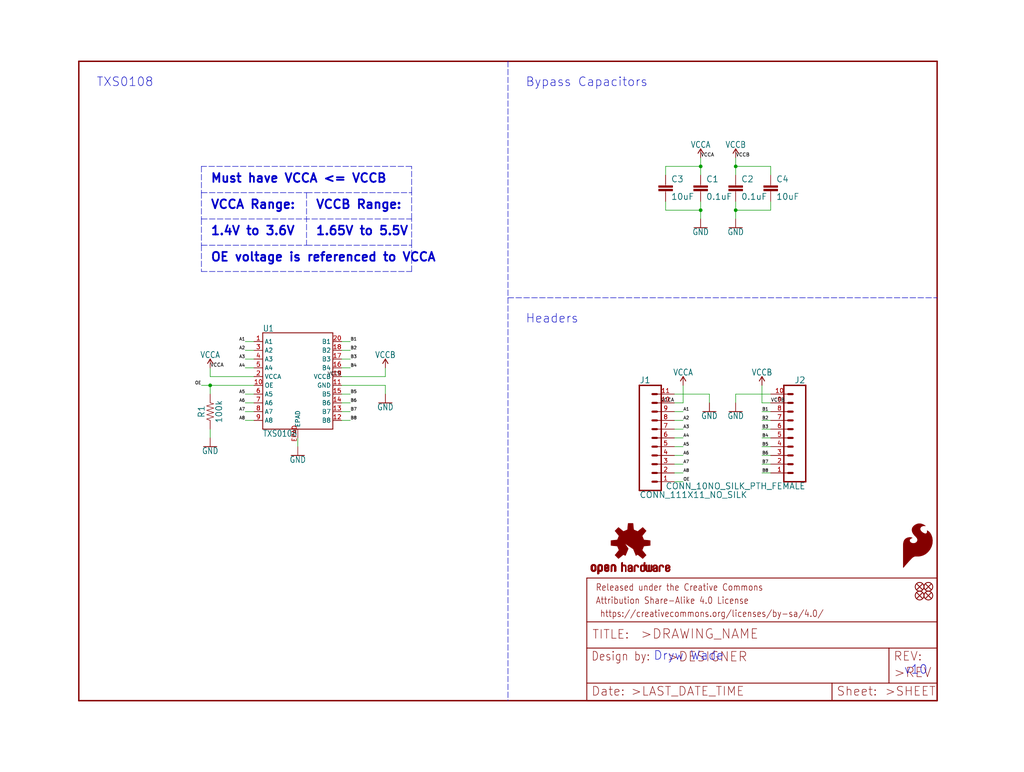
<source format=kicad_sch>
(kicad_sch (version 20211123) (generator eeschema)
  (paper "User" 297.002 223.926)
  (lib_symbols
    (symbol "schematicEagle-eagle-import:0.1UF-0603-25V-(+80{slash}-20%)"
      (property "Reference" "C" (at 1.524 2.921 0))
      (property "Value" "0.1UF-0603-25V-(+80{slash}-20%)" (at 1.524 -2.159 0))
      (symbol "0.1UF-0603-25V-(+80{slash}-20%)_1_0"
        (pin passive line (at 0 5.08 270) (length 2.54) (name "1") (number "1"))
        (pin passive line (at 0 -2.54 90) (length 2.54) (name "2") (number "2"))
      )
    )
    (symbol "schematicEagle-eagle-import:100KOHM-0603-1{slash}10W-1%"
      (property "Reference" "R" (at 0 1.524 0))
      (property "Value" "100KOHM-0603-1{slash}10W-1%" (at 0 -1.524 0))
      (symbol "100KOHM-0603-1{slash}10W-1%_1_0"
        (pin passive line (at -5.08 0 0) (length 2.54) (name "1") (number "1"))
        (pin passive line (at 5.08 0 180) (length 2.54) (name "2") (number "2"))
      )
    )
    (symbol "schematicEagle-eagle-import:10UF-0603-6.3V-20%"
      (property "Reference" "C" (at 1.524 2.921 0))
      (property "Value" "10UF-0603-6.3V-20%" (at 1.524 -2.159 0))
      (symbol "10UF-0603-6.3V-20%_1_0"
        (pin passive line (at 0 5.08 270) (length 2.54) (name "1") (number "1"))
        (pin passive line (at 0 -2.54 90) (length 2.54) (name "2") (number "2"))
      )
    )
    (symbol "schematicEagle-eagle-import:CONN_10NO_SILK_PTH_FEMALE"
      (property "Reference" "J" (at 0 8.128 0))
      (property "Value" "CONN_10NO_SILK_PTH_FEMALE" (at 0 -22.606 0))
      (symbol "CONN_10NO_SILK_PTH_FEMALE_1_0"
        (pin passive line (at 10.16 -17.78 180) (length 5.08) (name "1") (number "1"))
        (pin passive line (at 10.16 5.08 180) (length 5.08) (name "10") (number "10"))
        (pin passive line (at 10.16 -15.24 180) (length 5.08) (name "2") (number "2"))
        (pin passive line (at 10.16 -12.7 180) (length 5.08) (name "3") (number "3"))
        (pin passive line (at 10.16 -10.16 180) (length 5.08) (name "4") (number "4"))
        (pin passive line (at 10.16 -7.62 180) (length 5.08) (name "5") (number "5"))
        (pin passive line (at 10.16 -5.08 180) (length 5.08) (name "6") (number "6"))
        (pin passive line (at 10.16 -2.54 180) (length 5.08) (name "7") (number "7"))
        (pin passive line (at 10.16 0 180) (length 5.08) (name "8") (number "8"))
        (pin passive line (at 10.16 2.54 180) (length 5.08) (name "9") (number "9"))
      )
    )
    (symbol "schematicEagle-eagle-import:CONN_111X11_NO_SILK"
      (property "Reference" "J" (at 0 15.748 0))
      (property "Value" "CONN_111X11_NO_SILK" (at 0 -17.526 0))
      (symbol "CONN_111X11_NO_SILK_1_0"
        (pin passive line (at 10.16 -12.7 180) (length 5.08) (name "1") (number "1"))
        (pin passive line (at 10.16 10.16 180) (length 5.08) (name "10") (number "10"))
        (pin passive line (at 10.16 12.7 180) (length 5.08) (name "11") (number "11"))
        (pin passive line (at 10.16 -10.16 180) (length 5.08) (name "2") (number "2"))
        (pin passive line (at 10.16 -7.62 180) (length 5.08) (name "3") (number "3"))
        (pin passive line (at 10.16 -5.08 180) (length 5.08) (name "4") (number "4"))
        (pin passive line (at 10.16 -2.54 180) (length 5.08) (name "5") (number "5"))
        (pin passive line (at 10.16 0 180) (length 5.08) (name "6") (number "6"))
        (pin passive line (at 10.16 2.54 180) (length 5.08) (name "7") (number "7"))
        (pin passive line (at 10.16 5.08 180) (length 5.08) (name "8") (number "8"))
        (pin passive line (at 10.16 7.62 180) (length 5.08) (name "9") (number "9"))
      )
    )
    (symbol "schematicEagle-eagle-import:FIDUCIAL1X2")
    (symbol "schematicEagle-eagle-import:FRAME-LETTER"
      (symbol "FRAME-LETTER_2_0"
        (text " https://creativecommons.org/licenses/by-sa/4.0/" (at 2.54 24.13 0) (effects (font (size 1.9304 1.6408)) (justify left bottom)))
        (text ">DESIGNER" (at 23.114 11.176 0) (effects (font (size 2.7432 2.7432)) (justify left bottom)))
        (text ">DRAWING_NAME" (at 15.494 17.78 0) (effects (font (size 2.7432 2.7432)) (justify left bottom)))
        (text ">LAST_DATE_TIME" (at 12.7 1.27 0) (effects (font (size 2.54 2.54)) (justify left bottom)))
        (text ">REV" (at 88.9 6.604 0) (effects (font (size 2.7432 2.7432)) (justify left bottom)))
        (text ">SHEET" (at 86.36 1.27 0) (effects (font (size 2.54 2.54)) (justify left bottom)))
        (text "Attribution Share-Alike 4.0 License" (at 2.54 27.94 0) (effects (font (size 1.9304 1.6408)) (justify left bottom)))
        (text "Date:" (at 1.27 1.27 0) (effects (font (size 2.54 2.54)) (justify left bottom)))
        (text "Design by:" (at 1.27 11.43 0) (effects (font (size 2.54 2.159)) (justify left bottom)))
        (text "Released under the Creative Commons" (at 2.54 31.75 0) (effects (font (size 1.9304 1.6408)) (justify left bottom)))
        (text "REV:" (at 88.9 11.43 0) (effects (font (size 2.54 2.54)) (justify left bottom)))
        (text "Sheet:" (at 72.39 1.27 0) (effects (font (size 2.54 2.54)) (justify left bottom)))
        (text "TITLE:" (at 1.524 17.78 0) (effects (font (size 2.54 2.54)) (justify left bottom)))
      )
    )
    (symbol "schematicEagle-eagle-import:GND" (power)
      (property "Value" "GND" (at 0 -0.254 0))
      (symbol "GND_1_0"
        (pin power_in line (at 0 2.54 270) (length 2.54) (name "GND") (number "1"))
      )
    )
    (symbol "schematicEagle-eagle-import:OSHW-LOGOS")
    (symbol "schematicEagle-eagle-import:SFE_LOGO_FLAME.1_INCH")
    (symbol "schematicEagle-eagle-import:TXS0108-VFQFN_20"
      (property "Reference" "U" (at -10.16 13.97 0))
      (property "Value" "TXS0108-VFQFN_20" (at -10.16 -16.51 0))
      (symbol "TXS0108-VFQFN_20_1_0"
        (pin bidirectional line (at -12.7 10.16 0) (length 2.54) (name "A1") (number "1"))
        (pin bidirectional line (at -12.7 -2.54 0) (length 2.54) (name "OE") (number "10"))
        (pin bidirectional line (at 12.7 -2.54 180) (length 2.54) (name "GND") (number "11"))
        (pin bidirectional line (at 12.7 -12.7 180) (length 2.54) (name "B8") (number "12"))
        (pin bidirectional line (at 12.7 -10.16 180) (length 2.54) (name "B7") (number "13"))
        (pin bidirectional line (at 12.7 -7.62 180) (length 2.54) (name "B6") (number "14"))
        (pin bidirectional line (at 12.7 -5.08 180) (length 2.54) (name "B5") (number "15"))
        (pin bidirectional line (at 12.7 2.54 180) (length 2.54) (name "B4") (number "16"))
        (pin bidirectional line (at 12.7 5.08 180) (length 2.54) (name "B3") (number "17"))
        (pin bidirectional line (at 12.7 7.62 180) (length 2.54) (name "B2") (number "18"))
        (pin bidirectional line (at 12.7 0 180) (length 2.54) (name "VCCB") (number "19"))
        (pin bidirectional line (at -12.7 0 0) (length 2.54) (name "VCCA") (number "2"))
        (pin bidirectional line (at 12.7 10.16 180) (length 2.54) (name "B1") (number "20"))
        (pin bidirectional line (at -12.7 7.62 0) (length 2.54) (name "A2") (number "3"))
        (pin bidirectional line (at -12.7 5.08 0) (length 2.54) (name "A3") (number "4"))
        (pin bidirectional line (at -12.7 2.54 0) (length 2.54) (name "A4") (number "5"))
        (pin bidirectional line (at -12.7 -5.08 0) (length 2.54) (name "A5") (number "6"))
        (pin bidirectional line (at -12.7 -7.62 0) (length 2.54) (name "A6") (number "7"))
        (pin bidirectional line (at -12.7 -10.16 0) (length 2.54) (name "A7") (number "8"))
        (pin bidirectional line (at -12.7 -12.7 0) (length 2.54) (name "A8") (number "9"))
        (pin bidirectional line (at 0 -17.78 90) (length 2.54) (name "EPAD") (number "EPAD"))
      )
    )
    (symbol "schematicEagle-eagle-import:VCC_1" (power)
      (property "Value" "VCC_1" (at 0 2.794 0))
      (symbol "VCC_1_1_0"
        (pin power_in line (at 0 0 90) (length 2.54) (name "VCC_1") (number "1"))
      )
    )
    (symbol "schematicEagle-eagle-import:VCC_2" (power)
      (property "Value" "VCC_2" (at 0 2.794 0))
      (symbol "VCC_2_1_0"
        (pin power_in line (at 0 0 90) (length 2.54) (name "VCC_2") (number "1"))
      )
    )
  )
  (junction (at 203.2 48.26))
  (junction (at 213.36 60.96))
  (junction (at 60.96 111.76))
  (junction (at 203.2 60.96))
  (junction (at 213.36 48.26))
  (polyline (pts (xy 119.38 48.26) (xy 58.42 48.26)))
  (polyline (pts (xy 147.32 86.36) (xy 271.78 86.36)))
  (wire (pts (xy 73.66 116.84) (xy 71.12 116.84)))
  (wire (pts (xy 223.52 119.38) (xy 220.98 119.38)))
  (wire (pts (xy 203.2 60.96) (xy 203.2 63.5)))
  (wire (pts (xy 99.06 119.38) (xy 101.6 119.38)))
  (wire (pts (xy 60.96 124.46) (xy 60.96 127)))
  (polyline (pts (xy 119.38 63.5) (xy 119.38 55.88)))
  (wire (pts (xy 223.52 114.3) (xy 213.36 114.3)))
  (wire (pts (xy 111.76 111.76) (xy 111.76 114.3)))
  (wire (pts (xy 213.36 114.3) (xy 213.36 116.84)))
  (polyline (pts (xy 88.9 55.88) (xy 88.9 71.12)))
  (wire (pts (xy 195.58 114.3) (xy 205.74 114.3)))
  (wire (pts (xy 213.36 45.72) (xy 213.36 48.26)))
  (polyline (pts (xy 88.9 55.88) (xy 119.38 55.88)))
  (polyline (pts (xy 147.32 17.78) (xy 147.32 86.36)))
  (wire (pts (xy 195.58 134.62) (xy 198.12 134.62)))
  (wire (pts (xy 58.42 111.76) (xy 60.96 111.76)))
  (polyline (pts (xy 58.42 71.12) (xy 88.9 71.12)))
  (wire (pts (xy 223.52 129.54) (xy 220.98 129.54)))
  (wire (pts (xy 223.52 116.84) (xy 220.98 116.84)))
  (wire (pts (xy 73.66 104.14) (xy 71.12 104.14)))
  (wire (pts (xy 223.52 48.26) (xy 213.36 48.26)))
  (wire (pts (xy 203.2 58.42) (xy 203.2 60.96)))
  (polyline (pts (xy 58.42 71.12) (xy 58.42 78.74)))
  (wire (pts (xy 195.58 129.54) (xy 198.12 129.54)))
  (wire (pts (xy 203.2 45.72) (xy 203.2 48.26)))
  (wire (pts (xy 223.52 121.92) (xy 220.98 121.92)))
  (wire (pts (xy 60.96 114.3) (xy 60.96 111.76)))
  (wire (pts (xy 73.66 114.3) (xy 71.12 114.3)))
  (wire (pts (xy 60.96 111.76) (xy 73.66 111.76)))
  (wire (pts (xy 213.36 60.96) (xy 213.36 58.42)))
  (wire (pts (xy 73.66 121.92) (xy 71.12 121.92)))
  (polyline (pts (xy 58.42 55.88) (xy 88.9 55.88)))
  (wire (pts (xy 223.52 60.96) (xy 213.36 60.96)))
  (wire (pts (xy 99.06 101.6) (xy 101.6 101.6)))
  (wire (pts (xy 99.06 99.06) (xy 101.6 99.06)))
  (polyline (pts (xy 119.38 78.74) (xy 119.38 71.12)))
  (wire (pts (xy 195.58 132.08) (xy 198.12 132.08)))
  (wire (pts (xy 86.36 129.54) (xy 86.36 127)))
  (polyline (pts (xy 58.42 48.26) (xy 58.42 55.88)))
  (wire (pts (xy 99.06 116.84) (xy 101.6 116.84)))
  (wire (pts (xy 213.36 63.5) (xy 213.36 60.96)))
  (wire (pts (xy 213.36 48.26) (xy 213.36 50.8)))
  (wire (pts (xy 223.52 132.08) (xy 220.98 132.08)))
  (wire (pts (xy 73.66 119.38) (xy 71.12 119.38)))
  (wire (pts (xy 205.74 114.3) (xy 205.74 116.84)))
  (wire (pts (xy 60.96 106.68) (xy 60.96 109.22)))
  (wire (pts (xy 99.06 109.22) (xy 111.76 109.22)))
  (wire (pts (xy 193.04 58.42) (xy 193.04 60.96)))
  (wire (pts (xy 195.58 127) (xy 198.12 127)))
  (wire (pts (xy 223.52 50.8) (xy 223.52 48.26)))
  (wire (pts (xy 195.58 124.46) (xy 198.12 124.46)))
  (wire (pts (xy 223.52 134.62) (xy 220.98 134.62)))
  (wire (pts (xy 73.66 106.68) (xy 71.12 106.68)))
  (wire (pts (xy 195.58 121.92) (xy 198.12 121.92)))
  (wire (pts (xy 73.66 101.6) (xy 71.12 101.6)))
  (wire (pts (xy 193.04 48.26) (xy 203.2 48.26)))
  (polyline (pts (xy 119.38 71.12) (xy 119.38 63.5)))
  (wire (pts (xy 195.58 119.38) (xy 198.12 119.38)))
  (wire (pts (xy 195.58 116.84) (xy 198.12 116.84)))
  (wire (pts (xy 99.06 104.14) (xy 101.6 104.14)))
  (polyline (pts (xy 58.42 63.5) (xy 58.42 71.12)))
  (wire (pts (xy 223.52 124.46) (xy 220.98 124.46)))
  (wire (pts (xy 223.52 137.16) (xy 220.98 137.16)))
  (wire (pts (xy 195.58 139.7) (xy 198.12 139.7)))
  (polyline (pts (xy 58.42 78.74) (xy 119.38 78.74)))
  (wire (pts (xy 193.04 60.96) (xy 203.2 60.96)))
  (wire (pts (xy 203.2 48.26) (xy 203.2 50.8)))
  (polyline (pts (xy 119.38 55.88) (xy 119.38 48.26)))
  (wire (pts (xy 198.12 116.84) (xy 198.12 111.76)))
  (wire (pts (xy 99.06 106.68) (xy 101.6 106.68)))
  (polyline (pts (xy 58.42 63.5) (xy 119.38 63.5)))
  (wire (pts (xy 223.52 127) (xy 220.98 127)))
  (wire (pts (xy 223.52 58.42) (xy 223.52 60.96)))
  (polyline (pts (xy 88.9 71.12) (xy 119.38 71.12)))
  (wire (pts (xy 73.66 99.06) (xy 71.12 99.06)))
  (wire (pts (xy 111.76 109.22) (xy 111.76 106.68)))
  (wire (pts (xy 195.58 137.16) (xy 198.12 137.16)))
  (wire (pts (xy 193.04 50.8) (xy 193.04 48.26)))
  (wire (pts (xy 99.06 121.92) (xy 101.6 121.92)))
  (wire (pts (xy 220.98 116.84) (xy 220.98 111.76)))
  (polyline (pts (xy 58.42 55.88) (xy 58.42 63.5)))
  (wire (pts (xy 99.06 111.76) (xy 111.76 111.76)))
  (polyline (pts (xy 147.32 86.36) (xy 147.32 203.2)))
  (wire (pts (xy 99.06 114.3) (xy 101.6 114.3)))
  (wire (pts (xy 60.96 109.22) (xy 73.66 109.22)))
  (text "v10" (at 262.128 195.834 180) (effects (font (size 2.54 2.54)) (justify left bottom)))
  (text "1.65V to 5.5V" (at 91.44 68.58 180) (effects (font (size 2.54 2.54) (thickness 0.508) bold) (justify left bottom)))
  (text "1.4V to 3.6V" (at 60.96 68.58 180) (effects (font (size 2.54 2.54) (thickness 0.508) bold) (justify left bottom)))
  (text "Headers" (at 152.4 93.98 180) (effects (font (size 2.54 2.54)) (justify left bottom)))
  (text "VCCA Range:" (at 60.96 60.96 180) (effects (font (size 2.54 2.54) (thickness 0.508) bold) (justify left bottom)))
  (text "VCCB Range:" (at 91.44 60.96 180) (effects (font (size 2.54 2.54) (thickness 0.508) bold) (justify left bottom)))
  (text "TXS0108" (at 27.94 25.4 180) (effects (font (size 2.54 2.54)) (justify left bottom)))
  (text "Must have VCCA <= VCCB~{}" (at 60.96 53.34 180) (effects (font (size 2.54 2.54) (thickness 0.508) bold) (justify left bottom)))
  (text "Dryw Wade" (at 189.484 191.77 180) (effects (font (size 2.54 2.54)) (justify left bottom)))
  (text "OE voltage is referenced to VCCA" (at 60.96 76.2 180) (effects (font (size 2.54 2.54) (thickness 0.508) bold) (justify left bottom)))
  (text "Bypass Capacitors" (at 152.4 25.4 180) (effects (font (size 2.54 2.54)) (justify left bottom)))
  (label "VCCA" (at 60.96 106.68 0) (effects (font (size 1.016 1.016))))
  (label "B7" (at 101.6 119.38 0) (effects (font (size 0.889 0.889))))
  (label "B2" (at 101.6 101.6 0) (effects (font (size 0.889 0.889))))
  (label "VCCB" (at 213.36 45.72 0) (effects (font (size 1.016 1.016))))
  (label "A6" (at 71.12 116.84 180) (effects (font (size 0.889 0.889))))
  (label "A2" (at 198.12 121.92 0) (effects (font (size 0.889 0.889))))
  (label "A3" (at 198.12 124.46 0) (effects (font (size 0.889 0.889))))
  (label "B7" (at 220.98 134.62 0) (effects (font (size 0.889 0.889))))
  (label "A8" (at 71.12 121.92 180) (effects (font (size 0.889 0.889))))
  (label "B6" (at 220.98 132.08 0) (effects (font (size 0.889 0.889))))
  (label "VCCB" (at 99.06 109.22 180) (effects (font (size 1.016 1.016))))
  (label "A1" (at 198.12 119.38 0) (effects (font (size 0.889 0.889))))
  (label "B5" (at 101.6 114.3 0) (effects (font (size 0.889 0.889))))
  (label "VCCB" (at 223.52 116.84 0) (effects (font (size 1.016 1.016))))
  (label "A7" (at 198.12 134.62 0) (effects (font (size 0.889 0.889))))
  (label "B6" (at 101.6 116.84 0) (effects (font (size 0.889 0.889))))
  (label "A4" (at 71.12 106.68 180) (effects (font (size 0.889 0.889))))
  (label "A6" (at 198.12 132.08 0) (effects (font (size 0.889 0.889))))
  (label "A2" (at 71.12 101.6 180) (effects (font (size 0.889 0.889))))
  (label "B5" (at 220.98 129.54 0) (effects (font (size 0.889 0.889))))
  (label "A4" (at 198.12 127 0) (effects (font (size 0.889 0.889))))
  (label "B8" (at 101.6 121.92 0) (effects (font (size 0.889 0.889))))
  (label "A3" (at 71.12 104.14 180) (effects (font (size 0.889 0.889))))
  (label "B3" (at 101.6 104.14 0) (effects (font (size 0.889 0.889))))
  (label "A7" (at 71.12 119.38 180) (effects (font (size 0.889 0.889))))
  (label "OE" (at 58.42 111.76 180) (effects (font (size 0.889 0.889))))
  (label "B4" (at 101.6 106.68 0) (effects (font (size 0.889 0.889))))
  (label "B4" (at 220.98 127 0) (effects (font (size 0.889 0.889))))
  (label "OE" (at 198.12 139.7 0) (effects (font (size 0.889 0.889))))
  (label "B1" (at 220.98 119.38 0) (effects (font (size 0.889 0.889))))
  (label "VCCA" (at 195.58 116.84 180) (effects (font (size 1.016 1.016))))
  (label "B1" (at 101.6 99.06 0) (effects (font (size 0.889 0.889))))
  (label "A8" (at 198.12 137.16 0) (effects (font (size 0.889 0.889))))
  (label "A5" (at 71.12 114.3 180) (effects (font (size 0.889 0.889))))
  (label "B2" (at 220.98 121.92 0) (effects (font (size 0.889 0.889))))
  (label "B8" (at 220.98 137.16 0) (effects (font (size 0.889 0.889))))
  (label "VCCA" (at 203.2 45.72 0) (effects (font (size 1.016 1.016))))
  (label "B3" (at 220.98 124.46 0) (effects (font (size 0.889 0.889))))
  (label "A5" (at 198.12 129.54 0) (effects (font (size 0.889 0.889))))
  (label "A1" (at 71.12 99.06 180) (effects (font (size 0.889 0.889))))
  (symbol (lib_id "schematicEagle-eagle-import:FIDUCIAL1X2") (at 269.24 170.18 0) (unit 1)
    (property "Reference" "FD1" (effects hide))
    (property "Value" "FIDUCIAL1X2" (effects hide))
    (property "Footprint" "schematicEagle:FIDUCIAL-1X2" (effects hide))
  )
  (symbol (lib_id "schematicEagle-eagle-import:VCC_1") (at 60.96 106.68 0) (unit 1)
    (property "Reference" "#SUPPLY1" (effects hide))
    (property "Value" "VCCA" (at 60.96 103.886 0) (effects (font (size 1.778 1.5113)) (justify bottom)))
    (property "Footprint" "schematicEagle:" (effects hide))
  )
  (symbol (lib_id "schematicEagle-eagle-import:CONN_10NO_SILK_PTH_FEMALE") (at 233.68 119.38 0) (mirror y) (unit 1)
    (property "Reference" "J2" (at 233.68 111.252 0) (effects (font (size 1.778 1.778)) (justify left bottom)))
    (property "Value" "CONN_10NO_SILK_PTH_FEMALE" (at 233.68 141.986 0) (effects (font (size 1.778 1.778)) (justify left bottom)))
    (property "Footprint" "schematicEagle:1X10_NO_SILK" (effects hide))
  )
  (symbol (lib_id "schematicEagle-eagle-import:FIDUCIAL1X2") (at 269.24 172.72 0) (unit 1)
    (property "Reference" "FD3" (effects hide))
    (property "Value" "FIDUCIAL1X2" (effects hide))
    (property "Footprint" "schematicEagle:FIDUCIAL-1X2" (effects hide))
  )
  (symbol (lib_id "schematicEagle-eagle-import:0.1UF-0603-25V-(+80{slash}-20%)") (at 213.36 55.88 0) (unit 1)
    (property "Reference" "C2" (at 214.884 52.959 0) (effects (font (size 1.778 1.778)) (justify left bottom)))
    (property "Value" "0.1uF" (at 214.884 58.039 0) (effects (font (size 1.778 1.778)) (justify left bottom)))
    (property "Footprint" "schematicEagle:0603" (effects hide))
  )
  (symbol (lib_id "schematicEagle-eagle-import:GND") (at 205.74 119.38 0) (unit 1)
    (property "Reference" "#GND2" (effects hide))
    (property "Value" "GND" (at 205.74 119.634 0) (effects (font (size 1.778 1.5113)) (justify top)))
    (property "Footprint" "schematicEagle:" (effects hide))
  )
  (symbol (lib_id "schematicEagle-eagle-import:GND") (at 213.36 66.04 0) (unit 1)
    (property "Reference" "#GND6" (effects hide))
    (property "Value" "GND" (at 213.36 66.294 0) (effects (font (size 1.778 1.5113)) (justify top)))
    (property "Footprint" "schematicEagle:" (effects hide))
  )
  (symbol (lib_id "schematicEagle-eagle-import:FIDUCIAL1X2") (at 266.7 172.72 0) (unit 1)
    (property "Reference" "FD2" (effects hide))
    (property "Value" "FIDUCIAL1X2" (effects hide))
    (property "Footprint" "schematicEagle:FIDUCIAL-1X2" (effects hide))
  )
  (symbol (lib_id "schematicEagle-eagle-import:10UF-0603-6.3V-20%") (at 193.04 55.88 0) (unit 1)
    (property "Reference" "C3" (at 194.564 52.959 0) (effects (font (size 1.778 1.778)) (justify left bottom)))
    (property "Value" "10uF" (at 194.564 58.039 0) (effects (font (size 1.778 1.778)) (justify left bottom)))
    (property "Footprint" "schematicEagle:0603" (effects hide))
  )
  (symbol (lib_id "schematicEagle-eagle-import:FRAME-LETTER") (at 170.18 203.2 0) (unit 2)
    (property "Reference" "FRAME1" (effects hide))
    (property "Value" "FRAME-LETTER" (effects hide))
    (property "Footprint" "schematicEagle:CREATIVE_COMMONS" (effects hide))
  )
  (symbol (lib_id "schematicEagle-eagle-import:CONN_111X11_NO_SILK") (at 185.42 127 0) (unit 1)
    (property "Reference" "J1" (at 185.42 111.252 0) (effects (font (size 1.778 1.778)) (justify left bottom)))
    (property "Value" "CONN_111X11_NO_SILK" (at 185.42 144.526 0) (effects (font (size 1.778 1.778)) (justify left bottom)))
    (property "Footprint" "schematicEagle:1X11_NO_SILK" (effects hide))
  )
  (symbol (lib_id "schematicEagle-eagle-import:OSHW-LOGOS") (at 182.88 157.48 0) (unit 1)
    (property "Reference" "LOGO1" (effects hide))
    (property "Value" "OSHW-LOGOS" (effects hide))
    (property "Footprint" "schematicEagle:OSHW-LOGO-S" (effects hide))
  )
  (symbol (lib_id "schematicEagle-eagle-import:VCC_1") (at 203.2 45.72 0) (unit 1)
    (property "Reference" "#SUPPLY2" (effects hide))
    (property "Value" "VCCA" (at 203.2 42.926 0) (effects (font (size 1.778 1.5113)) (justify bottom)))
    (property "Footprint" "schematicEagle:" (effects hide))
  )
  (symbol (lib_id "schematicEagle-eagle-import:GND") (at 60.96 129.54 0) (unit 1)
    (property "Reference" "#GND3" (effects hide))
    (property "Value" "GND" (at 60.96 129.794 0) (effects (font (size 1.778 1.5113)) (justify top)))
    (property "Footprint" "schematicEagle:" (effects hide))
  )
  (symbol (lib_id "schematicEagle-eagle-import:VCC_2") (at 111.76 106.68 0) (unit 1)
    (property "Reference" "#SUPPLY3" (effects hide))
    (property "Value" "VCCB" (at 111.76 103.886 0) (effects (font (size 1.778 1.5113)) (justify bottom)))
    (property "Footprint" "schematicEagle:" (effects hide))
  )
  (symbol (lib_id "schematicEagle-eagle-import:100KOHM-0603-1{slash}10W-1%") (at 60.96 119.38 90) (unit 1)
    (property "Reference" "R1" (at 59.436 119.38 0) (effects (font (size 1.778 1.778)) (justify bottom)))
    (property "Value" "100k" (at 62.484 119.38 0) (effects (font (size 1.778 1.778)) (justify top)))
    (property "Footprint" "schematicEagle:0603" (effects hide))
  )
  (symbol (lib_id "schematicEagle-eagle-import:VCC_2") (at 213.36 45.72 0) (unit 1)
    (property "Reference" "#SUPPLY4" (effects hide))
    (property "Value" "VCCB" (at 213.36 42.926 0) (effects (font (size 1.778 1.5113)) (justify bottom)))
    (property "Footprint" "schematicEagle:" (effects hide))
  )
  (symbol (lib_id "schematicEagle-eagle-import:TXS0108-VFQFN_20") (at 86.36 109.22 0) (unit 1)
    (property "Reference" "U1" (at 76.2 95.25 0) (effects (font (size 1.778 1.5113)) (justify left)))
    (property "Value" "TXS0108" (at 76.2 125.73 0) (effects (font (size 1.778 1.5113)) (justify left)))
    (property "Footprint" "schematicEagle:VFQFN-20" (effects hide))
  )
  (symbol (lib_id "schematicEagle-eagle-import:GND") (at 203.2 66.04 0) (unit 1)
    (property "Reference" "#GND5" (effects hide))
    (property "Value" "GND" (at 203.2 66.294 0) (effects (font (size 1.778 1.5113)) (justify top)))
    (property "Footprint" "schematicEagle:" (effects hide))
  )
  (symbol (lib_id "schematicEagle-eagle-import:FIDUCIAL1X2") (at 266.7 170.18 0) (unit 1)
    (property "Reference" "FD4" (effects hide))
    (property "Value" "FIDUCIAL1X2" (effects hide))
    (property "Footprint" "schematicEagle:FIDUCIAL-1X2" (effects hide))
  )
  (symbol (lib_id "schematicEagle-eagle-import:VCC_1") (at 198.12 111.76 0) (unit 1)
    (property "Reference" "#SUPPLY5" (effects hide))
    (property "Value" "VCCA" (at 198.12 108.966 0) (effects (font (size 1.778 1.5113)) (justify bottom)))
    (property "Footprint" "schematicEagle:" (effects hide))
  )
  (symbol (lib_id "schematicEagle-eagle-import:GND") (at 86.36 132.08 0) (unit 1)
    (property "Reference" "#GND7" (effects hide))
    (property "Value" "GND" (at 86.36 132.334 0) (effects (font (size 1.778 1.5113)) (justify top)))
    (property "Footprint" "schematicEagle:" (effects hide))
  )
  (symbol (lib_id "schematicEagle-eagle-import:SFE_LOGO_FLAME.1_INCH") (at 261.62 165.1 0) (unit 1)
    (property "Reference" "LOGO2" (effects hide))
    (property "Value" "SFE_LOGO_FLAME.1_INCH" (effects hide))
    (property "Footprint" "schematicEagle:SFE_LOGO_FLAME_.1" (effects hide))
  )
  (symbol (lib_id "schematicEagle-eagle-import:VCC_2") (at 220.98 111.76 0) (unit 1)
    (property "Reference" "#SUPPLY6" (effects hide))
    (property "Value" "VCCB" (at 220.98 108.966 0) (effects (font (size 1.778 1.5113)) (justify bottom)))
    (property "Footprint" "schematicEagle:" (effects hide))
  )
  (symbol (lib_id "schematicEagle-eagle-import:FRAME-LETTER") (at 22.86 203.2 0) (unit 1)
    (property "Reference" "FRAME1" (effects hide))
    (property "Value" "FRAME-LETTER" (effects hide))
    (property "Footprint" "schematicEagle:CREATIVE_COMMONS" (effects hide))
  )
  (symbol (lib_id "schematicEagle-eagle-import:GND") (at 111.76 116.84 0) (unit 1)
    (property "Reference" "#GND4" (effects hide))
    (property "Value" "GND" (at 111.76 117.094 0) (effects (font (size 1.778 1.5113)) (justify top)))
    (property "Footprint" "schematicEagle:" (effects hide))
  )
  (symbol (lib_id "schematicEagle-eagle-import:0.1UF-0603-25V-(+80{slash}-20%)") (at 203.2 55.88 0) (unit 1)
    (property "Reference" "C1" (at 204.724 52.959 0) (effects (font (size 1.778 1.778)) (justify left bottom)))
    (property "Value" "0.1uF" (at 204.724 58.039 0) (effects (font (size 1.778 1.778)) (justify left bottom)))
    (property "Footprint" "schematicEagle:0603" (effects hide))
  )
  (symbol (lib_id "schematicEagle-eagle-import:GND") (at 213.36 119.38 0) (unit 1)
    (property "Reference" "#GND1" (effects hide))
    (property "Value" "GND" (at 213.36 119.634 0) (effects (font (size 1.778 1.5113)) (justify top)))
    (property "Footprint" "schematicEagle:" (effects hide))
  )
  (symbol (lib_id "schematicEagle-eagle-import:10UF-0603-6.3V-20%") (at 223.52 55.88 0) (unit 1)
    (property "Reference" "C4" (at 225.044 52.959 0) (effects (font (size 1.778 1.778)) (justify left bottom)))
    (property "Value" "10uF" (at 225.044 58.039 0) (effects (font (size 1.778 1.778)) (justify left bottom)))
    (property "Footprint" "schematicEagle:0603" (effects hide))
  )
)
</source>
